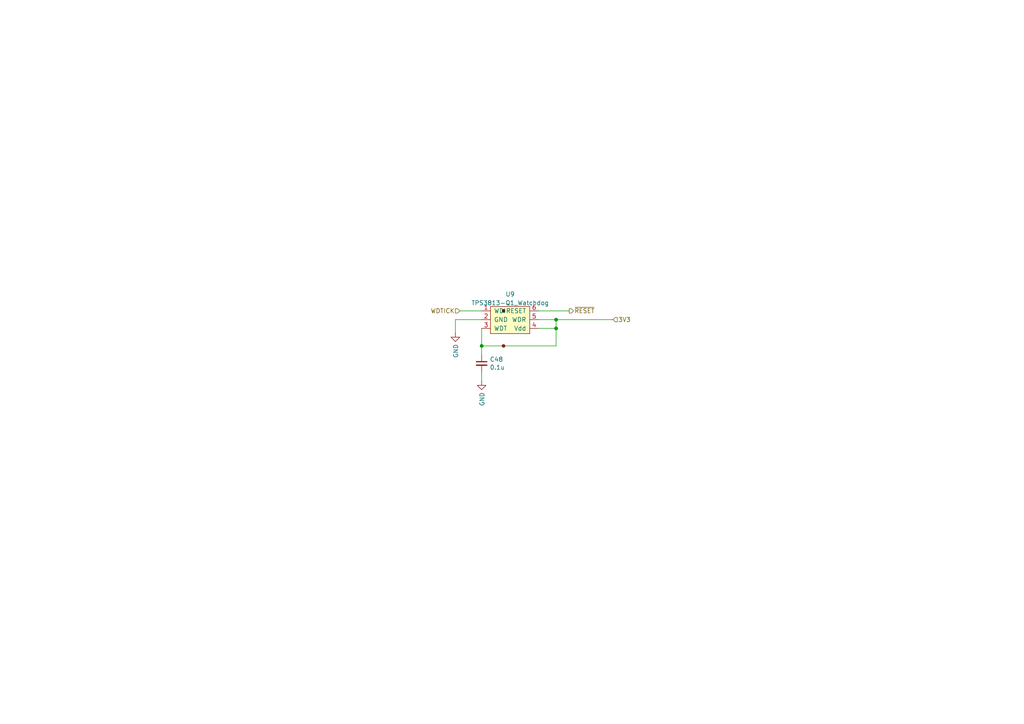
<source format=kicad_sch>
(kicad_sch (version 20211123) (generator eeschema)
  (paper "A4")
  (lib_symbols
    (symbol "Device:C_Small" (pin_numbers hide) (pin_names (offset 0.254) hide)
      (property "Reference" "C" (at 0.254 1.778 0))
      (property "Value" "C_Small" (at 0.254 -2.032 0))
      (symbol "C_Small_0_1"
        (polyline (pts (xy -1.524 -0.508) (xy 1.524 -0.508)) (stroke (width 0.3302)))
        (polyline (pts (xy -1.524 0.508) (xy 1.524 0.508)) (stroke (width 0.3048)))
      )
      (symbol "C_Small_1_1"
        (pin passive line (at 0 2.54 270) (length 2.032) (name "~") (number "1"))
        (pin passive line (at 0 -2.54 90) (length 2.032) (name "~") (number "2"))
      )
    )
    (symbol "SilverSat_symbols:TPS3813-Q1_Watchdog" (pin_names (offset 1.016))
      (property "Reference" "U" (at 0 7.62 0))
      (property "Value" "TPS3813-Q1_Watchdog" (at 0 10.16 0))
      (symbol "TPS3813-Q1_Watchdog_0_1"
        (rectangle (start -3.81 -5.08) (end -3.81 -5.08) (stroke (width 0.9906)))
        (circle (center -3.81 5.08) (radius 0.0001) (stroke (width 0.508)))
        (rectangle (start 3.81 6.35) (end -7.62 -1.524) (fill (type background)))
      )
      (symbol "TPS3813-Q1_Watchdog_1_1"
        (pin input line (at -10.16 5.08 0) (length 2.54) (name "WDI") (number "1"))
        (pin input line (at -10.16 2.54 0) (length 2.54) (name "GND") (number "2"))
        (pin input line (at -10.16 0 0) (length 2.54) (name "WDT") (number "3"))
        (pin input line (at 6.35 0 180) (length 2.54) (name "Vdd") (number "4"))
        (pin input line (at 6.35 2.54 180) (length 2.54) (name "WDR") (number "5"))
        (pin output line (at 6.35 5.08 180) (length 2.54) (name "RESET") (number "6"))
      )
    )
    (symbol "power:GND" (power) (pin_names (offset 0))
      (property "Value" "GND" (at 0 -3.81 0))
      (symbol "GND_0_1"
        (polyline (pts (xy 0 0) (xy 0 -1.27) (xy 1.27 -1.27) (xy 0 -2.54) (xy -1.27 -1.27) (xy 0 -1.27)))
      )
      (symbol "GND_1_1"
        (pin power_in line (at 0 0 270) (length 0) hide (name "GND") (number "1"))
      )
    )
  )
  (junction (at 161.29 95.25))
  (junction (at 161.29 92.71))
  (junction (at 139.7 100.33))
  (wire (pts (xy 139.7 107.95) (xy 139.7 110.49)))
  (wire (pts (xy 132.08 92.71) (xy 132.08 96.52)))
  (wire (pts (xy 139.7 100.33) (xy 139.7 102.87)))
  (wire (pts (xy 161.29 100.33) (xy 161.29 95.25)))
  (wire (pts (xy 161.29 92.71) (xy 177.8 92.71)))
  (wire (pts (xy 133.35 90.17) (xy 139.7 90.17)))
  (wire (pts (xy 132.08 92.71) (xy 139.7 92.71)))
  (wire (pts (xy 156.21 92.71) (xy 161.29 92.71)))
  (wire (pts (xy 161.29 92.71) (xy 161.29 95.25)))
  (wire (pts (xy 139.7 100.33) (xy 161.29 100.33)))
  (wire (pts (xy 165.1 90.17) (xy 156.21 90.17)))
  (wire (pts (xy 139.7 95.25) (xy 139.7 100.33)))
  (wire (pts (xy 156.21 95.25) (xy 161.29 95.25)))
  (hierarchical_label "3V3" (shape input) (at 177.8 92.71 0))
  (hierarchical_label "WDTICK" (shape input) (at 133.35 90.17 180))
  (hierarchical_label "~{RESET}" (shape output) (at 165.1 90.17 0))
  (symbol (lib_id "power:GND") (at 132.08 96.52 0) (unit 1)
    (property "Reference" "#PWR078" (effects hide))
    (property "Value" "GND" (at 132.207 99.7712 90) (effects (justify right)))
  )
  (symbol (lib_id "power:GND") (at 139.7 110.49 0) (unit 1)
    (property "Reference" "#PWR079" (effects hide))
    (property "Value" "GND" (at 139.827 113.7412 90) (effects (justify right)))
  )
  (symbol (lib_id "SilverSat_symbols:TPS3813-Q1_Watchdog") (at 149.86 95.25 0) (unit 1)
    (property "Reference" "U9" (at 147.955 85.3272 0))
    (property "Value" "TPS3813-Q1_Watchdog" (at 147.955 87.8641 0))
  )
  (symbol (lib_id "Device:C_Small") (at 139.7 105.41 0) (unit 1)
    (property "Reference" "C48" (at 142.0368 104.2416 0) (effects (justify left)))
    (property "Value" "0.1u" (at 142.0368 106.553 0) (effects (justify left)))
    (property "Footprint" "Capacitor_SMD:C_0603_1608Metric" (effects hide))
    (property "Datasheet" "${KIPRJMOD}/Datasheets/KyoceraAVX_AutoMLCC.pdf" (effects hide))
    (property "MPN" "06031C104K4Z2A" (effects hide))
    (property "Manufacturer" "AVX" (effects hide))
  )
)
</source>
